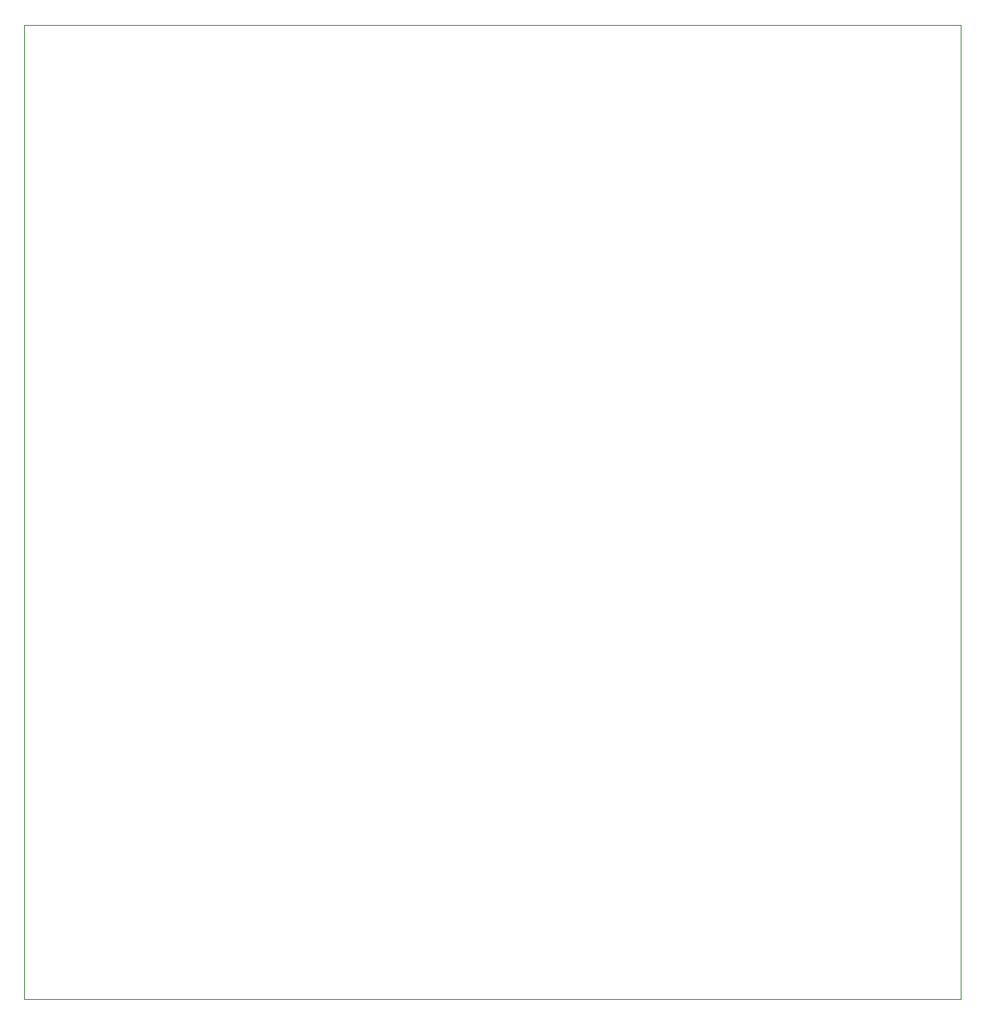
<source format=gbr>
%TF.GenerationSoftware,KiCad,Pcbnew,6.0.11+dfsg-1*%
%TF.CreationDate,2025-02-26T04:55:11-05:00*%
%TF.ProjectId,Terminal_LCD_Keyboard,5465726d-696e-4616-9c5f-4c43445f4b65,rev?*%
%TF.SameCoordinates,Original*%
%TF.FileFunction,Profile,NP*%
%FSLAX46Y46*%
G04 Gerber Fmt 4.6, Leading zero omitted, Abs format (unit mm)*
G04 Created by KiCad (PCBNEW 6.0.11+dfsg-1) date 2025-02-26 04:55:11*
%MOMM*%
%LPD*%
G01*
G04 APERTURE LIST*
%TA.AperFunction,Profile*%
%ADD10C,0.100000*%
%TD*%
G04 APERTURE END LIST*
D10*
X25400000Y-120650000D02*
X120650000Y-120650000D01*
X120650000Y-21590000D02*
X120650000Y-120650000D01*
X25400000Y-21590000D02*
X25400000Y-120650000D01*
X25400000Y-21590000D02*
X120650000Y-21590000D01*
M02*

</source>
